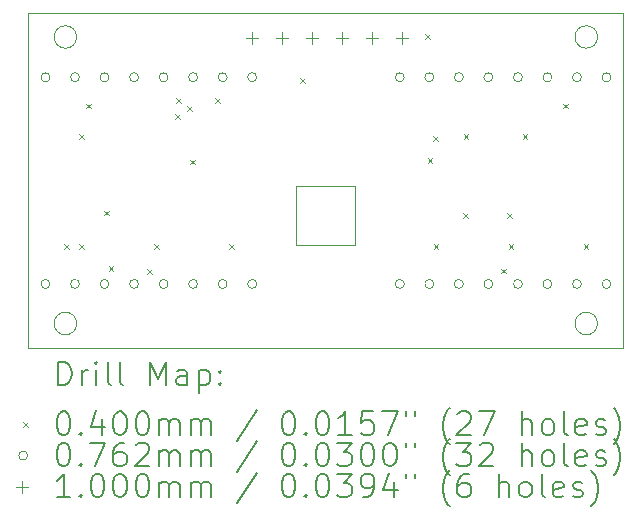
<source format=gbr>
%TF.GenerationSoftware,KiCad,Pcbnew,(6.0.9)*%
%TF.CreationDate,2023-04-12T13:33:41+10:00*%
%TF.ProjectId,VisorPlate2.0,5669736f-7250-46c6-9174-65322e302e6b,rev?*%
%TF.SameCoordinates,Original*%
%TF.FileFunction,Drillmap*%
%TF.FilePolarity,Positive*%
%FSLAX45Y45*%
G04 Gerber Fmt 4.5, Leading zero omitted, Abs format (unit mm)*
G04 Created by KiCad (PCBNEW (6.0.9)) date 2023-04-12 13:33:41*
%MOMM*%
%LPD*%
G01*
G04 APERTURE LIST*
%ADD10C,0.100000*%
%ADD11C,0.200000*%
%ADD12C,0.040000*%
%ADD13C,0.076200*%
G04 APERTURE END LIST*
D10*
X15295000Y-8216075D02*
G75*
G03*
X15295000Y-8216075I-95000J0D01*
G01*
X15295000Y-5790000D02*
G75*
G03*
X15295000Y-5790000I-95000J0D01*
G01*
X10475000Y-5585000D02*
X10475000Y-8425000D01*
X15515000Y-5585000D02*
X10475000Y-5585000D01*
X15515000Y-8425000D02*
X15515000Y-5585000D01*
X10475000Y-8425000D02*
X15515000Y-8425000D01*
X10885000Y-8216075D02*
G75*
G03*
X10885000Y-8216075I-95000J0D01*
G01*
X10885000Y-5790000D02*
G75*
G03*
X10885000Y-5790000I-95000J0D01*
G01*
X13245000Y-7048008D02*
X13245000Y-7548008D01*
X12745000Y-7048008D02*
X13245000Y-7048008D01*
X12745000Y-7548008D02*
X12745000Y-7048008D01*
X13245000Y-7548008D02*
X12745000Y-7548008D01*
D11*
D12*
X10781500Y-7545000D02*
X10821500Y-7585000D01*
X10821500Y-7545000D02*
X10781500Y-7585000D01*
X10908500Y-6615000D02*
X10948500Y-6655000D01*
X10948500Y-6615000D02*
X10908500Y-6655000D01*
X10908500Y-7545000D02*
X10948500Y-7585000D01*
X10948500Y-7545000D02*
X10908500Y-7585000D01*
X10963050Y-6355000D02*
X11003050Y-6395000D01*
X11003050Y-6355000D02*
X10963050Y-6395000D01*
X11120000Y-7260000D02*
X11160000Y-7300000D01*
X11160000Y-7260000D02*
X11120000Y-7300000D01*
X11155000Y-7730000D02*
X11195000Y-7770000D01*
X11195000Y-7730000D02*
X11155000Y-7770000D01*
X11480000Y-7755000D02*
X11520000Y-7795000D01*
X11520000Y-7755000D02*
X11480000Y-7795000D01*
X11543500Y-7545000D02*
X11583500Y-7585000D01*
X11583500Y-7545000D02*
X11543500Y-7585000D01*
X11716270Y-6443730D02*
X11756270Y-6483730D01*
X11756270Y-6443730D02*
X11716270Y-6483730D01*
X11730000Y-6305000D02*
X11770000Y-6345000D01*
X11770000Y-6305000D02*
X11730000Y-6345000D01*
X11820856Y-6373770D02*
X11860856Y-6413770D01*
X11860856Y-6373770D02*
X11820856Y-6413770D01*
X11848770Y-6828770D02*
X11888770Y-6868770D01*
X11888770Y-6828770D02*
X11848770Y-6868770D01*
X12054770Y-6304770D02*
X12094770Y-6344770D01*
X12094770Y-6304770D02*
X12054770Y-6344770D01*
X12178500Y-7545000D02*
X12218500Y-7585000D01*
X12218500Y-7545000D02*
X12178500Y-7585000D01*
X12780000Y-6140000D02*
X12820000Y-6180000D01*
X12820000Y-6140000D02*
X12780000Y-6180000D01*
X13836270Y-5763730D02*
X13876270Y-5803730D01*
X13876270Y-5763730D02*
X13836270Y-5803730D01*
X13857520Y-6817520D02*
X13897520Y-6857520D01*
X13897520Y-6817520D02*
X13857520Y-6857520D01*
X13900550Y-6630000D02*
X13940550Y-6670000D01*
X13940550Y-6630000D02*
X13900550Y-6670000D01*
X13908500Y-7545000D02*
X13948500Y-7585000D01*
X13948500Y-7545000D02*
X13908500Y-7585000D01*
X14160000Y-7280000D02*
X14200000Y-7320000D01*
X14200000Y-7280000D02*
X14160000Y-7320000D01*
X14162500Y-6615000D02*
X14202500Y-6655000D01*
X14202500Y-6615000D02*
X14162500Y-6655000D01*
X14480000Y-7752450D02*
X14520000Y-7792450D01*
X14520000Y-7752450D02*
X14480000Y-7792450D01*
X14527450Y-7280000D02*
X14567450Y-7320000D01*
X14567450Y-7280000D02*
X14527450Y-7320000D01*
X14543500Y-7545000D02*
X14583500Y-7585000D01*
X14583500Y-7545000D02*
X14543500Y-7585000D01*
X14660550Y-6615000D02*
X14700550Y-6655000D01*
X14700550Y-6615000D02*
X14660550Y-6655000D01*
X15004770Y-6354770D02*
X15044770Y-6394770D01*
X15044770Y-6354770D02*
X15004770Y-6394770D01*
X15178500Y-7545000D02*
X15218500Y-7585000D01*
X15218500Y-7545000D02*
X15178500Y-7585000D01*
D13*
X10659100Y-6131000D02*
G75*
G03*
X10659100Y-6131000I-38100J0D01*
G01*
X10659100Y-7881000D02*
G75*
G03*
X10659100Y-7881000I-38100J0D01*
G01*
X10909100Y-6131000D02*
G75*
G03*
X10909100Y-6131000I-38100J0D01*
G01*
X10909100Y-7881000D02*
G75*
G03*
X10909100Y-7881000I-38100J0D01*
G01*
X11159100Y-6131000D02*
G75*
G03*
X11159100Y-6131000I-38100J0D01*
G01*
X11159100Y-7881000D02*
G75*
G03*
X11159100Y-7881000I-38100J0D01*
G01*
X11409100Y-6131000D02*
G75*
G03*
X11409100Y-6131000I-38100J0D01*
G01*
X11409100Y-7881000D02*
G75*
G03*
X11409100Y-7881000I-38100J0D01*
G01*
X11659100Y-6131000D02*
G75*
G03*
X11659100Y-6131000I-38100J0D01*
G01*
X11659100Y-7881000D02*
G75*
G03*
X11659100Y-7881000I-38100J0D01*
G01*
X11909100Y-6131000D02*
G75*
G03*
X11909100Y-6131000I-38100J0D01*
G01*
X11909100Y-7881000D02*
G75*
G03*
X11909100Y-7881000I-38100J0D01*
G01*
X12159100Y-6131000D02*
G75*
G03*
X12159100Y-6131000I-38100J0D01*
G01*
X12159100Y-7881000D02*
G75*
G03*
X12159100Y-7881000I-38100J0D01*
G01*
X12409100Y-6131000D02*
G75*
G03*
X12409100Y-6131000I-38100J0D01*
G01*
X12409100Y-7881000D02*
G75*
G03*
X12409100Y-7881000I-38100J0D01*
G01*
X13659100Y-6131000D02*
G75*
G03*
X13659100Y-6131000I-38100J0D01*
G01*
X13659100Y-7881000D02*
G75*
G03*
X13659100Y-7881000I-38100J0D01*
G01*
X13909100Y-6131000D02*
G75*
G03*
X13909100Y-6131000I-38100J0D01*
G01*
X13909100Y-7881000D02*
G75*
G03*
X13909100Y-7881000I-38100J0D01*
G01*
X14159100Y-6131000D02*
G75*
G03*
X14159100Y-6131000I-38100J0D01*
G01*
X14159100Y-7881000D02*
G75*
G03*
X14159100Y-7881000I-38100J0D01*
G01*
X14409100Y-6131000D02*
G75*
G03*
X14409100Y-6131000I-38100J0D01*
G01*
X14409100Y-7881000D02*
G75*
G03*
X14409100Y-7881000I-38100J0D01*
G01*
X14659100Y-6131000D02*
G75*
G03*
X14659100Y-6131000I-38100J0D01*
G01*
X14659100Y-7881000D02*
G75*
G03*
X14659100Y-7881000I-38100J0D01*
G01*
X14909100Y-6131000D02*
G75*
G03*
X14909100Y-6131000I-38100J0D01*
G01*
X14909100Y-7881000D02*
G75*
G03*
X14909100Y-7881000I-38100J0D01*
G01*
X15159100Y-6131000D02*
G75*
G03*
X15159100Y-6131000I-38100J0D01*
G01*
X15159100Y-7881000D02*
G75*
G03*
X15159100Y-7881000I-38100J0D01*
G01*
X15409100Y-6131000D02*
G75*
G03*
X15409100Y-6131000I-38100J0D01*
G01*
X15409100Y-7881000D02*
G75*
G03*
X15409100Y-7881000I-38100J0D01*
G01*
D10*
X12367500Y-5747500D02*
X12367500Y-5847500D01*
X12317500Y-5797500D02*
X12417500Y-5797500D01*
X12621500Y-5747500D02*
X12621500Y-5847500D01*
X12571500Y-5797500D02*
X12671500Y-5797500D01*
X12875500Y-5747500D02*
X12875500Y-5847500D01*
X12825500Y-5797500D02*
X12925500Y-5797500D01*
X13129500Y-5747500D02*
X13129500Y-5847500D01*
X13079500Y-5797500D02*
X13179500Y-5797500D01*
X13383500Y-5747500D02*
X13383500Y-5847500D01*
X13333500Y-5797500D02*
X13433500Y-5797500D01*
X13637500Y-5747500D02*
X13637500Y-5847500D01*
X13587500Y-5797500D02*
X13687500Y-5797500D01*
D11*
X10727619Y-8740476D02*
X10727619Y-8540476D01*
X10775238Y-8540476D01*
X10803810Y-8550000D01*
X10822857Y-8569048D01*
X10832381Y-8588095D01*
X10841905Y-8626190D01*
X10841905Y-8654762D01*
X10832381Y-8692857D01*
X10822857Y-8711905D01*
X10803810Y-8730952D01*
X10775238Y-8740476D01*
X10727619Y-8740476D01*
X10927619Y-8740476D02*
X10927619Y-8607143D01*
X10927619Y-8645238D02*
X10937143Y-8626190D01*
X10946667Y-8616667D01*
X10965714Y-8607143D01*
X10984762Y-8607143D01*
X11051429Y-8740476D02*
X11051429Y-8607143D01*
X11051429Y-8540476D02*
X11041905Y-8550000D01*
X11051429Y-8559524D01*
X11060952Y-8550000D01*
X11051429Y-8540476D01*
X11051429Y-8559524D01*
X11175238Y-8740476D02*
X11156190Y-8730952D01*
X11146667Y-8711905D01*
X11146667Y-8540476D01*
X11280000Y-8740476D02*
X11260952Y-8730952D01*
X11251428Y-8711905D01*
X11251428Y-8540476D01*
X11508571Y-8740476D02*
X11508571Y-8540476D01*
X11575238Y-8683333D01*
X11641905Y-8540476D01*
X11641905Y-8740476D01*
X11822857Y-8740476D02*
X11822857Y-8635714D01*
X11813333Y-8616667D01*
X11794286Y-8607143D01*
X11756190Y-8607143D01*
X11737143Y-8616667D01*
X11822857Y-8730952D02*
X11803809Y-8740476D01*
X11756190Y-8740476D01*
X11737143Y-8730952D01*
X11727619Y-8711905D01*
X11727619Y-8692857D01*
X11737143Y-8673810D01*
X11756190Y-8664286D01*
X11803809Y-8664286D01*
X11822857Y-8654762D01*
X11918095Y-8607143D02*
X11918095Y-8807143D01*
X11918095Y-8616667D02*
X11937143Y-8607143D01*
X11975238Y-8607143D01*
X11994286Y-8616667D01*
X12003809Y-8626190D01*
X12013333Y-8645238D01*
X12013333Y-8702381D01*
X12003809Y-8721429D01*
X11994286Y-8730952D01*
X11975238Y-8740476D01*
X11937143Y-8740476D01*
X11918095Y-8730952D01*
X12099048Y-8721429D02*
X12108571Y-8730952D01*
X12099048Y-8740476D01*
X12089524Y-8730952D01*
X12099048Y-8721429D01*
X12099048Y-8740476D01*
X12099048Y-8616667D02*
X12108571Y-8626190D01*
X12099048Y-8635714D01*
X12089524Y-8626190D01*
X12099048Y-8616667D01*
X12099048Y-8635714D01*
D12*
X10430000Y-9050000D02*
X10470000Y-9090000D01*
X10470000Y-9050000D02*
X10430000Y-9090000D01*
D11*
X10765714Y-8960476D02*
X10784762Y-8960476D01*
X10803810Y-8970000D01*
X10813333Y-8979524D01*
X10822857Y-8998571D01*
X10832381Y-9036667D01*
X10832381Y-9084286D01*
X10822857Y-9122381D01*
X10813333Y-9141429D01*
X10803810Y-9150952D01*
X10784762Y-9160476D01*
X10765714Y-9160476D01*
X10746667Y-9150952D01*
X10737143Y-9141429D01*
X10727619Y-9122381D01*
X10718095Y-9084286D01*
X10718095Y-9036667D01*
X10727619Y-8998571D01*
X10737143Y-8979524D01*
X10746667Y-8970000D01*
X10765714Y-8960476D01*
X10918095Y-9141429D02*
X10927619Y-9150952D01*
X10918095Y-9160476D01*
X10908571Y-9150952D01*
X10918095Y-9141429D01*
X10918095Y-9160476D01*
X11099048Y-9027143D02*
X11099048Y-9160476D01*
X11051429Y-8950952D02*
X11003810Y-9093810D01*
X11127619Y-9093810D01*
X11241905Y-8960476D02*
X11260952Y-8960476D01*
X11280000Y-8970000D01*
X11289524Y-8979524D01*
X11299048Y-8998571D01*
X11308571Y-9036667D01*
X11308571Y-9084286D01*
X11299048Y-9122381D01*
X11289524Y-9141429D01*
X11280000Y-9150952D01*
X11260952Y-9160476D01*
X11241905Y-9160476D01*
X11222857Y-9150952D01*
X11213333Y-9141429D01*
X11203809Y-9122381D01*
X11194286Y-9084286D01*
X11194286Y-9036667D01*
X11203809Y-8998571D01*
X11213333Y-8979524D01*
X11222857Y-8970000D01*
X11241905Y-8960476D01*
X11432381Y-8960476D02*
X11451428Y-8960476D01*
X11470476Y-8970000D01*
X11480000Y-8979524D01*
X11489524Y-8998571D01*
X11499048Y-9036667D01*
X11499048Y-9084286D01*
X11489524Y-9122381D01*
X11480000Y-9141429D01*
X11470476Y-9150952D01*
X11451428Y-9160476D01*
X11432381Y-9160476D01*
X11413333Y-9150952D01*
X11403809Y-9141429D01*
X11394286Y-9122381D01*
X11384762Y-9084286D01*
X11384762Y-9036667D01*
X11394286Y-8998571D01*
X11403809Y-8979524D01*
X11413333Y-8970000D01*
X11432381Y-8960476D01*
X11584762Y-9160476D02*
X11584762Y-9027143D01*
X11584762Y-9046190D02*
X11594286Y-9036667D01*
X11613333Y-9027143D01*
X11641905Y-9027143D01*
X11660952Y-9036667D01*
X11670476Y-9055714D01*
X11670476Y-9160476D01*
X11670476Y-9055714D02*
X11680000Y-9036667D01*
X11699048Y-9027143D01*
X11727619Y-9027143D01*
X11746667Y-9036667D01*
X11756190Y-9055714D01*
X11756190Y-9160476D01*
X11851428Y-9160476D02*
X11851428Y-9027143D01*
X11851428Y-9046190D02*
X11860952Y-9036667D01*
X11880000Y-9027143D01*
X11908571Y-9027143D01*
X11927619Y-9036667D01*
X11937143Y-9055714D01*
X11937143Y-9160476D01*
X11937143Y-9055714D02*
X11946667Y-9036667D01*
X11965714Y-9027143D01*
X11994286Y-9027143D01*
X12013333Y-9036667D01*
X12022857Y-9055714D01*
X12022857Y-9160476D01*
X12413333Y-8950952D02*
X12241905Y-9208095D01*
X12670476Y-8960476D02*
X12689524Y-8960476D01*
X12708571Y-8970000D01*
X12718095Y-8979524D01*
X12727619Y-8998571D01*
X12737143Y-9036667D01*
X12737143Y-9084286D01*
X12727619Y-9122381D01*
X12718095Y-9141429D01*
X12708571Y-9150952D01*
X12689524Y-9160476D01*
X12670476Y-9160476D01*
X12651428Y-9150952D01*
X12641905Y-9141429D01*
X12632381Y-9122381D01*
X12622857Y-9084286D01*
X12622857Y-9036667D01*
X12632381Y-8998571D01*
X12641905Y-8979524D01*
X12651428Y-8970000D01*
X12670476Y-8960476D01*
X12822857Y-9141429D02*
X12832381Y-9150952D01*
X12822857Y-9160476D01*
X12813333Y-9150952D01*
X12822857Y-9141429D01*
X12822857Y-9160476D01*
X12956190Y-8960476D02*
X12975238Y-8960476D01*
X12994286Y-8970000D01*
X13003809Y-8979524D01*
X13013333Y-8998571D01*
X13022857Y-9036667D01*
X13022857Y-9084286D01*
X13013333Y-9122381D01*
X13003809Y-9141429D01*
X12994286Y-9150952D01*
X12975238Y-9160476D01*
X12956190Y-9160476D01*
X12937143Y-9150952D01*
X12927619Y-9141429D01*
X12918095Y-9122381D01*
X12908571Y-9084286D01*
X12908571Y-9036667D01*
X12918095Y-8998571D01*
X12927619Y-8979524D01*
X12937143Y-8970000D01*
X12956190Y-8960476D01*
X13213333Y-9160476D02*
X13099048Y-9160476D01*
X13156190Y-9160476D02*
X13156190Y-8960476D01*
X13137143Y-8989048D01*
X13118095Y-9008095D01*
X13099048Y-9017619D01*
X13394286Y-8960476D02*
X13299048Y-8960476D01*
X13289524Y-9055714D01*
X13299048Y-9046190D01*
X13318095Y-9036667D01*
X13365714Y-9036667D01*
X13384762Y-9046190D01*
X13394286Y-9055714D01*
X13403809Y-9074762D01*
X13403809Y-9122381D01*
X13394286Y-9141429D01*
X13384762Y-9150952D01*
X13365714Y-9160476D01*
X13318095Y-9160476D01*
X13299048Y-9150952D01*
X13289524Y-9141429D01*
X13470476Y-8960476D02*
X13603809Y-8960476D01*
X13518095Y-9160476D01*
X13670476Y-8960476D02*
X13670476Y-8998571D01*
X13746667Y-8960476D02*
X13746667Y-8998571D01*
X14041905Y-9236667D02*
X14032381Y-9227143D01*
X14013333Y-9198571D01*
X14003809Y-9179524D01*
X13994286Y-9150952D01*
X13984762Y-9103333D01*
X13984762Y-9065238D01*
X13994286Y-9017619D01*
X14003809Y-8989048D01*
X14013333Y-8970000D01*
X14032381Y-8941429D01*
X14041905Y-8931905D01*
X14108571Y-8979524D02*
X14118095Y-8970000D01*
X14137143Y-8960476D01*
X14184762Y-8960476D01*
X14203809Y-8970000D01*
X14213333Y-8979524D01*
X14222857Y-8998571D01*
X14222857Y-9017619D01*
X14213333Y-9046190D01*
X14099048Y-9160476D01*
X14222857Y-9160476D01*
X14289524Y-8960476D02*
X14422857Y-8960476D01*
X14337143Y-9160476D01*
X14651428Y-9160476D02*
X14651428Y-8960476D01*
X14737143Y-9160476D02*
X14737143Y-9055714D01*
X14727619Y-9036667D01*
X14708571Y-9027143D01*
X14680000Y-9027143D01*
X14660952Y-9036667D01*
X14651428Y-9046190D01*
X14860952Y-9160476D02*
X14841905Y-9150952D01*
X14832381Y-9141429D01*
X14822857Y-9122381D01*
X14822857Y-9065238D01*
X14832381Y-9046190D01*
X14841905Y-9036667D01*
X14860952Y-9027143D01*
X14889524Y-9027143D01*
X14908571Y-9036667D01*
X14918095Y-9046190D01*
X14927619Y-9065238D01*
X14927619Y-9122381D01*
X14918095Y-9141429D01*
X14908571Y-9150952D01*
X14889524Y-9160476D01*
X14860952Y-9160476D01*
X15041905Y-9160476D02*
X15022857Y-9150952D01*
X15013333Y-9131905D01*
X15013333Y-8960476D01*
X15194286Y-9150952D02*
X15175238Y-9160476D01*
X15137143Y-9160476D01*
X15118095Y-9150952D01*
X15108571Y-9131905D01*
X15108571Y-9055714D01*
X15118095Y-9036667D01*
X15137143Y-9027143D01*
X15175238Y-9027143D01*
X15194286Y-9036667D01*
X15203809Y-9055714D01*
X15203809Y-9074762D01*
X15108571Y-9093810D01*
X15280000Y-9150952D02*
X15299048Y-9160476D01*
X15337143Y-9160476D01*
X15356190Y-9150952D01*
X15365714Y-9131905D01*
X15365714Y-9122381D01*
X15356190Y-9103333D01*
X15337143Y-9093810D01*
X15308571Y-9093810D01*
X15289524Y-9084286D01*
X15280000Y-9065238D01*
X15280000Y-9055714D01*
X15289524Y-9036667D01*
X15308571Y-9027143D01*
X15337143Y-9027143D01*
X15356190Y-9036667D01*
X15432381Y-9236667D02*
X15441905Y-9227143D01*
X15460952Y-9198571D01*
X15470476Y-9179524D01*
X15480000Y-9150952D01*
X15489524Y-9103333D01*
X15489524Y-9065238D01*
X15480000Y-9017619D01*
X15470476Y-8989048D01*
X15460952Y-8970000D01*
X15441905Y-8941429D01*
X15432381Y-8931905D01*
D13*
X10470000Y-9334000D02*
G75*
G03*
X10470000Y-9334000I-38100J0D01*
G01*
D11*
X10765714Y-9224476D02*
X10784762Y-9224476D01*
X10803810Y-9234000D01*
X10813333Y-9243524D01*
X10822857Y-9262571D01*
X10832381Y-9300667D01*
X10832381Y-9348286D01*
X10822857Y-9386381D01*
X10813333Y-9405429D01*
X10803810Y-9414952D01*
X10784762Y-9424476D01*
X10765714Y-9424476D01*
X10746667Y-9414952D01*
X10737143Y-9405429D01*
X10727619Y-9386381D01*
X10718095Y-9348286D01*
X10718095Y-9300667D01*
X10727619Y-9262571D01*
X10737143Y-9243524D01*
X10746667Y-9234000D01*
X10765714Y-9224476D01*
X10918095Y-9405429D02*
X10927619Y-9414952D01*
X10918095Y-9424476D01*
X10908571Y-9414952D01*
X10918095Y-9405429D01*
X10918095Y-9424476D01*
X10994286Y-9224476D02*
X11127619Y-9224476D01*
X11041905Y-9424476D01*
X11289524Y-9224476D02*
X11251428Y-9224476D01*
X11232381Y-9234000D01*
X11222857Y-9243524D01*
X11203809Y-9272095D01*
X11194286Y-9310190D01*
X11194286Y-9386381D01*
X11203809Y-9405429D01*
X11213333Y-9414952D01*
X11232381Y-9424476D01*
X11270476Y-9424476D01*
X11289524Y-9414952D01*
X11299048Y-9405429D01*
X11308571Y-9386381D01*
X11308571Y-9338762D01*
X11299048Y-9319714D01*
X11289524Y-9310190D01*
X11270476Y-9300667D01*
X11232381Y-9300667D01*
X11213333Y-9310190D01*
X11203809Y-9319714D01*
X11194286Y-9338762D01*
X11384762Y-9243524D02*
X11394286Y-9234000D01*
X11413333Y-9224476D01*
X11460952Y-9224476D01*
X11480000Y-9234000D01*
X11489524Y-9243524D01*
X11499048Y-9262571D01*
X11499048Y-9281619D01*
X11489524Y-9310190D01*
X11375238Y-9424476D01*
X11499048Y-9424476D01*
X11584762Y-9424476D02*
X11584762Y-9291143D01*
X11584762Y-9310190D02*
X11594286Y-9300667D01*
X11613333Y-9291143D01*
X11641905Y-9291143D01*
X11660952Y-9300667D01*
X11670476Y-9319714D01*
X11670476Y-9424476D01*
X11670476Y-9319714D02*
X11680000Y-9300667D01*
X11699048Y-9291143D01*
X11727619Y-9291143D01*
X11746667Y-9300667D01*
X11756190Y-9319714D01*
X11756190Y-9424476D01*
X11851428Y-9424476D02*
X11851428Y-9291143D01*
X11851428Y-9310190D02*
X11860952Y-9300667D01*
X11880000Y-9291143D01*
X11908571Y-9291143D01*
X11927619Y-9300667D01*
X11937143Y-9319714D01*
X11937143Y-9424476D01*
X11937143Y-9319714D02*
X11946667Y-9300667D01*
X11965714Y-9291143D01*
X11994286Y-9291143D01*
X12013333Y-9300667D01*
X12022857Y-9319714D01*
X12022857Y-9424476D01*
X12413333Y-9214952D02*
X12241905Y-9472095D01*
X12670476Y-9224476D02*
X12689524Y-9224476D01*
X12708571Y-9234000D01*
X12718095Y-9243524D01*
X12727619Y-9262571D01*
X12737143Y-9300667D01*
X12737143Y-9348286D01*
X12727619Y-9386381D01*
X12718095Y-9405429D01*
X12708571Y-9414952D01*
X12689524Y-9424476D01*
X12670476Y-9424476D01*
X12651428Y-9414952D01*
X12641905Y-9405429D01*
X12632381Y-9386381D01*
X12622857Y-9348286D01*
X12622857Y-9300667D01*
X12632381Y-9262571D01*
X12641905Y-9243524D01*
X12651428Y-9234000D01*
X12670476Y-9224476D01*
X12822857Y-9405429D02*
X12832381Y-9414952D01*
X12822857Y-9424476D01*
X12813333Y-9414952D01*
X12822857Y-9405429D01*
X12822857Y-9424476D01*
X12956190Y-9224476D02*
X12975238Y-9224476D01*
X12994286Y-9234000D01*
X13003809Y-9243524D01*
X13013333Y-9262571D01*
X13022857Y-9300667D01*
X13022857Y-9348286D01*
X13013333Y-9386381D01*
X13003809Y-9405429D01*
X12994286Y-9414952D01*
X12975238Y-9424476D01*
X12956190Y-9424476D01*
X12937143Y-9414952D01*
X12927619Y-9405429D01*
X12918095Y-9386381D01*
X12908571Y-9348286D01*
X12908571Y-9300667D01*
X12918095Y-9262571D01*
X12927619Y-9243524D01*
X12937143Y-9234000D01*
X12956190Y-9224476D01*
X13089524Y-9224476D02*
X13213333Y-9224476D01*
X13146667Y-9300667D01*
X13175238Y-9300667D01*
X13194286Y-9310190D01*
X13203809Y-9319714D01*
X13213333Y-9338762D01*
X13213333Y-9386381D01*
X13203809Y-9405429D01*
X13194286Y-9414952D01*
X13175238Y-9424476D01*
X13118095Y-9424476D01*
X13099048Y-9414952D01*
X13089524Y-9405429D01*
X13337143Y-9224476D02*
X13356190Y-9224476D01*
X13375238Y-9234000D01*
X13384762Y-9243524D01*
X13394286Y-9262571D01*
X13403809Y-9300667D01*
X13403809Y-9348286D01*
X13394286Y-9386381D01*
X13384762Y-9405429D01*
X13375238Y-9414952D01*
X13356190Y-9424476D01*
X13337143Y-9424476D01*
X13318095Y-9414952D01*
X13308571Y-9405429D01*
X13299048Y-9386381D01*
X13289524Y-9348286D01*
X13289524Y-9300667D01*
X13299048Y-9262571D01*
X13308571Y-9243524D01*
X13318095Y-9234000D01*
X13337143Y-9224476D01*
X13527619Y-9224476D02*
X13546667Y-9224476D01*
X13565714Y-9234000D01*
X13575238Y-9243524D01*
X13584762Y-9262571D01*
X13594286Y-9300667D01*
X13594286Y-9348286D01*
X13584762Y-9386381D01*
X13575238Y-9405429D01*
X13565714Y-9414952D01*
X13546667Y-9424476D01*
X13527619Y-9424476D01*
X13508571Y-9414952D01*
X13499048Y-9405429D01*
X13489524Y-9386381D01*
X13480000Y-9348286D01*
X13480000Y-9300667D01*
X13489524Y-9262571D01*
X13499048Y-9243524D01*
X13508571Y-9234000D01*
X13527619Y-9224476D01*
X13670476Y-9224476D02*
X13670476Y-9262571D01*
X13746667Y-9224476D02*
X13746667Y-9262571D01*
X14041905Y-9500667D02*
X14032381Y-9491143D01*
X14013333Y-9462571D01*
X14003809Y-9443524D01*
X13994286Y-9414952D01*
X13984762Y-9367333D01*
X13984762Y-9329238D01*
X13994286Y-9281619D01*
X14003809Y-9253048D01*
X14013333Y-9234000D01*
X14032381Y-9205429D01*
X14041905Y-9195905D01*
X14099048Y-9224476D02*
X14222857Y-9224476D01*
X14156190Y-9300667D01*
X14184762Y-9300667D01*
X14203809Y-9310190D01*
X14213333Y-9319714D01*
X14222857Y-9338762D01*
X14222857Y-9386381D01*
X14213333Y-9405429D01*
X14203809Y-9414952D01*
X14184762Y-9424476D01*
X14127619Y-9424476D01*
X14108571Y-9414952D01*
X14099048Y-9405429D01*
X14299048Y-9243524D02*
X14308571Y-9234000D01*
X14327619Y-9224476D01*
X14375238Y-9224476D01*
X14394286Y-9234000D01*
X14403809Y-9243524D01*
X14413333Y-9262571D01*
X14413333Y-9281619D01*
X14403809Y-9310190D01*
X14289524Y-9424476D01*
X14413333Y-9424476D01*
X14651428Y-9424476D02*
X14651428Y-9224476D01*
X14737143Y-9424476D02*
X14737143Y-9319714D01*
X14727619Y-9300667D01*
X14708571Y-9291143D01*
X14680000Y-9291143D01*
X14660952Y-9300667D01*
X14651428Y-9310190D01*
X14860952Y-9424476D02*
X14841905Y-9414952D01*
X14832381Y-9405429D01*
X14822857Y-9386381D01*
X14822857Y-9329238D01*
X14832381Y-9310190D01*
X14841905Y-9300667D01*
X14860952Y-9291143D01*
X14889524Y-9291143D01*
X14908571Y-9300667D01*
X14918095Y-9310190D01*
X14927619Y-9329238D01*
X14927619Y-9386381D01*
X14918095Y-9405429D01*
X14908571Y-9414952D01*
X14889524Y-9424476D01*
X14860952Y-9424476D01*
X15041905Y-9424476D02*
X15022857Y-9414952D01*
X15013333Y-9395905D01*
X15013333Y-9224476D01*
X15194286Y-9414952D02*
X15175238Y-9424476D01*
X15137143Y-9424476D01*
X15118095Y-9414952D01*
X15108571Y-9395905D01*
X15108571Y-9319714D01*
X15118095Y-9300667D01*
X15137143Y-9291143D01*
X15175238Y-9291143D01*
X15194286Y-9300667D01*
X15203809Y-9319714D01*
X15203809Y-9338762D01*
X15108571Y-9357810D01*
X15280000Y-9414952D02*
X15299048Y-9424476D01*
X15337143Y-9424476D01*
X15356190Y-9414952D01*
X15365714Y-9395905D01*
X15365714Y-9386381D01*
X15356190Y-9367333D01*
X15337143Y-9357810D01*
X15308571Y-9357810D01*
X15289524Y-9348286D01*
X15280000Y-9329238D01*
X15280000Y-9319714D01*
X15289524Y-9300667D01*
X15308571Y-9291143D01*
X15337143Y-9291143D01*
X15356190Y-9300667D01*
X15432381Y-9500667D02*
X15441905Y-9491143D01*
X15460952Y-9462571D01*
X15470476Y-9443524D01*
X15480000Y-9414952D01*
X15489524Y-9367333D01*
X15489524Y-9329238D01*
X15480000Y-9281619D01*
X15470476Y-9253048D01*
X15460952Y-9234000D01*
X15441905Y-9205429D01*
X15432381Y-9195905D01*
D10*
X10420000Y-9548000D02*
X10420000Y-9648000D01*
X10370000Y-9598000D02*
X10470000Y-9598000D01*
D11*
X10832381Y-9688476D02*
X10718095Y-9688476D01*
X10775238Y-9688476D02*
X10775238Y-9488476D01*
X10756190Y-9517048D01*
X10737143Y-9536095D01*
X10718095Y-9545619D01*
X10918095Y-9669429D02*
X10927619Y-9678952D01*
X10918095Y-9688476D01*
X10908571Y-9678952D01*
X10918095Y-9669429D01*
X10918095Y-9688476D01*
X11051429Y-9488476D02*
X11070476Y-9488476D01*
X11089524Y-9498000D01*
X11099048Y-9507524D01*
X11108571Y-9526571D01*
X11118095Y-9564667D01*
X11118095Y-9612286D01*
X11108571Y-9650381D01*
X11099048Y-9669429D01*
X11089524Y-9678952D01*
X11070476Y-9688476D01*
X11051429Y-9688476D01*
X11032381Y-9678952D01*
X11022857Y-9669429D01*
X11013333Y-9650381D01*
X11003810Y-9612286D01*
X11003810Y-9564667D01*
X11013333Y-9526571D01*
X11022857Y-9507524D01*
X11032381Y-9498000D01*
X11051429Y-9488476D01*
X11241905Y-9488476D02*
X11260952Y-9488476D01*
X11280000Y-9498000D01*
X11289524Y-9507524D01*
X11299048Y-9526571D01*
X11308571Y-9564667D01*
X11308571Y-9612286D01*
X11299048Y-9650381D01*
X11289524Y-9669429D01*
X11280000Y-9678952D01*
X11260952Y-9688476D01*
X11241905Y-9688476D01*
X11222857Y-9678952D01*
X11213333Y-9669429D01*
X11203809Y-9650381D01*
X11194286Y-9612286D01*
X11194286Y-9564667D01*
X11203809Y-9526571D01*
X11213333Y-9507524D01*
X11222857Y-9498000D01*
X11241905Y-9488476D01*
X11432381Y-9488476D02*
X11451428Y-9488476D01*
X11470476Y-9498000D01*
X11480000Y-9507524D01*
X11489524Y-9526571D01*
X11499048Y-9564667D01*
X11499048Y-9612286D01*
X11489524Y-9650381D01*
X11480000Y-9669429D01*
X11470476Y-9678952D01*
X11451428Y-9688476D01*
X11432381Y-9688476D01*
X11413333Y-9678952D01*
X11403809Y-9669429D01*
X11394286Y-9650381D01*
X11384762Y-9612286D01*
X11384762Y-9564667D01*
X11394286Y-9526571D01*
X11403809Y-9507524D01*
X11413333Y-9498000D01*
X11432381Y-9488476D01*
X11584762Y-9688476D02*
X11584762Y-9555143D01*
X11584762Y-9574190D02*
X11594286Y-9564667D01*
X11613333Y-9555143D01*
X11641905Y-9555143D01*
X11660952Y-9564667D01*
X11670476Y-9583714D01*
X11670476Y-9688476D01*
X11670476Y-9583714D02*
X11680000Y-9564667D01*
X11699048Y-9555143D01*
X11727619Y-9555143D01*
X11746667Y-9564667D01*
X11756190Y-9583714D01*
X11756190Y-9688476D01*
X11851428Y-9688476D02*
X11851428Y-9555143D01*
X11851428Y-9574190D02*
X11860952Y-9564667D01*
X11880000Y-9555143D01*
X11908571Y-9555143D01*
X11927619Y-9564667D01*
X11937143Y-9583714D01*
X11937143Y-9688476D01*
X11937143Y-9583714D02*
X11946667Y-9564667D01*
X11965714Y-9555143D01*
X11994286Y-9555143D01*
X12013333Y-9564667D01*
X12022857Y-9583714D01*
X12022857Y-9688476D01*
X12413333Y-9478952D02*
X12241905Y-9736095D01*
X12670476Y-9488476D02*
X12689524Y-9488476D01*
X12708571Y-9498000D01*
X12718095Y-9507524D01*
X12727619Y-9526571D01*
X12737143Y-9564667D01*
X12737143Y-9612286D01*
X12727619Y-9650381D01*
X12718095Y-9669429D01*
X12708571Y-9678952D01*
X12689524Y-9688476D01*
X12670476Y-9688476D01*
X12651428Y-9678952D01*
X12641905Y-9669429D01*
X12632381Y-9650381D01*
X12622857Y-9612286D01*
X12622857Y-9564667D01*
X12632381Y-9526571D01*
X12641905Y-9507524D01*
X12651428Y-9498000D01*
X12670476Y-9488476D01*
X12822857Y-9669429D02*
X12832381Y-9678952D01*
X12822857Y-9688476D01*
X12813333Y-9678952D01*
X12822857Y-9669429D01*
X12822857Y-9688476D01*
X12956190Y-9488476D02*
X12975238Y-9488476D01*
X12994286Y-9498000D01*
X13003809Y-9507524D01*
X13013333Y-9526571D01*
X13022857Y-9564667D01*
X13022857Y-9612286D01*
X13013333Y-9650381D01*
X13003809Y-9669429D01*
X12994286Y-9678952D01*
X12975238Y-9688476D01*
X12956190Y-9688476D01*
X12937143Y-9678952D01*
X12927619Y-9669429D01*
X12918095Y-9650381D01*
X12908571Y-9612286D01*
X12908571Y-9564667D01*
X12918095Y-9526571D01*
X12927619Y-9507524D01*
X12937143Y-9498000D01*
X12956190Y-9488476D01*
X13089524Y-9488476D02*
X13213333Y-9488476D01*
X13146667Y-9564667D01*
X13175238Y-9564667D01*
X13194286Y-9574190D01*
X13203809Y-9583714D01*
X13213333Y-9602762D01*
X13213333Y-9650381D01*
X13203809Y-9669429D01*
X13194286Y-9678952D01*
X13175238Y-9688476D01*
X13118095Y-9688476D01*
X13099048Y-9678952D01*
X13089524Y-9669429D01*
X13308571Y-9688476D02*
X13346667Y-9688476D01*
X13365714Y-9678952D01*
X13375238Y-9669429D01*
X13394286Y-9640857D01*
X13403809Y-9602762D01*
X13403809Y-9526571D01*
X13394286Y-9507524D01*
X13384762Y-9498000D01*
X13365714Y-9488476D01*
X13327619Y-9488476D01*
X13308571Y-9498000D01*
X13299048Y-9507524D01*
X13289524Y-9526571D01*
X13289524Y-9574190D01*
X13299048Y-9593238D01*
X13308571Y-9602762D01*
X13327619Y-9612286D01*
X13365714Y-9612286D01*
X13384762Y-9602762D01*
X13394286Y-9593238D01*
X13403809Y-9574190D01*
X13575238Y-9555143D02*
X13575238Y-9688476D01*
X13527619Y-9478952D02*
X13480000Y-9621810D01*
X13603809Y-9621810D01*
X13670476Y-9488476D02*
X13670476Y-9526571D01*
X13746667Y-9488476D02*
X13746667Y-9526571D01*
X14041905Y-9764667D02*
X14032381Y-9755143D01*
X14013333Y-9726571D01*
X14003809Y-9707524D01*
X13994286Y-9678952D01*
X13984762Y-9631333D01*
X13984762Y-9593238D01*
X13994286Y-9545619D01*
X14003809Y-9517048D01*
X14013333Y-9498000D01*
X14032381Y-9469429D01*
X14041905Y-9459905D01*
X14203809Y-9488476D02*
X14165714Y-9488476D01*
X14146667Y-9498000D01*
X14137143Y-9507524D01*
X14118095Y-9536095D01*
X14108571Y-9574190D01*
X14108571Y-9650381D01*
X14118095Y-9669429D01*
X14127619Y-9678952D01*
X14146667Y-9688476D01*
X14184762Y-9688476D01*
X14203809Y-9678952D01*
X14213333Y-9669429D01*
X14222857Y-9650381D01*
X14222857Y-9602762D01*
X14213333Y-9583714D01*
X14203809Y-9574190D01*
X14184762Y-9564667D01*
X14146667Y-9564667D01*
X14127619Y-9574190D01*
X14118095Y-9583714D01*
X14108571Y-9602762D01*
X14460952Y-9688476D02*
X14460952Y-9488476D01*
X14546667Y-9688476D02*
X14546667Y-9583714D01*
X14537143Y-9564667D01*
X14518095Y-9555143D01*
X14489524Y-9555143D01*
X14470476Y-9564667D01*
X14460952Y-9574190D01*
X14670476Y-9688476D02*
X14651428Y-9678952D01*
X14641905Y-9669429D01*
X14632381Y-9650381D01*
X14632381Y-9593238D01*
X14641905Y-9574190D01*
X14651428Y-9564667D01*
X14670476Y-9555143D01*
X14699048Y-9555143D01*
X14718095Y-9564667D01*
X14727619Y-9574190D01*
X14737143Y-9593238D01*
X14737143Y-9650381D01*
X14727619Y-9669429D01*
X14718095Y-9678952D01*
X14699048Y-9688476D01*
X14670476Y-9688476D01*
X14851428Y-9688476D02*
X14832381Y-9678952D01*
X14822857Y-9659905D01*
X14822857Y-9488476D01*
X15003809Y-9678952D02*
X14984762Y-9688476D01*
X14946667Y-9688476D01*
X14927619Y-9678952D01*
X14918095Y-9659905D01*
X14918095Y-9583714D01*
X14927619Y-9564667D01*
X14946667Y-9555143D01*
X14984762Y-9555143D01*
X15003809Y-9564667D01*
X15013333Y-9583714D01*
X15013333Y-9602762D01*
X14918095Y-9621810D01*
X15089524Y-9678952D02*
X15108571Y-9688476D01*
X15146667Y-9688476D01*
X15165714Y-9678952D01*
X15175238Y-9659905D01*
X15175238Y-9650381D01*
X15165714Y-9631333D01*
X15146667Y-9621810D01*
X15118095Y-9621810D01*
X15099048Y-9612286D01*
X15089524Y-9593238D01*
X15089524Y-9583714D01*
X15099048Y-9564667D01*
X15118095Y-9555143D01*
X15146667Y-9555143D01*
X15165714Y-9564667D01*
X15241905Y-9764667D02*
X15251428Y-9755143D01*
X15270476Y-9726571D01*
X15280000Y-9707524D01*
X15289524Y-9678952D01*
X15299048Y-9631333D01*
X15299048Y-9593238D01*
X15289524Y-9545619D01*
X15280000Y-9517048D01*
X15270476Y-9498000D01*
X15251428Y-9469429D01*
X15241905Y-9459905D01*
M02*

</source>
